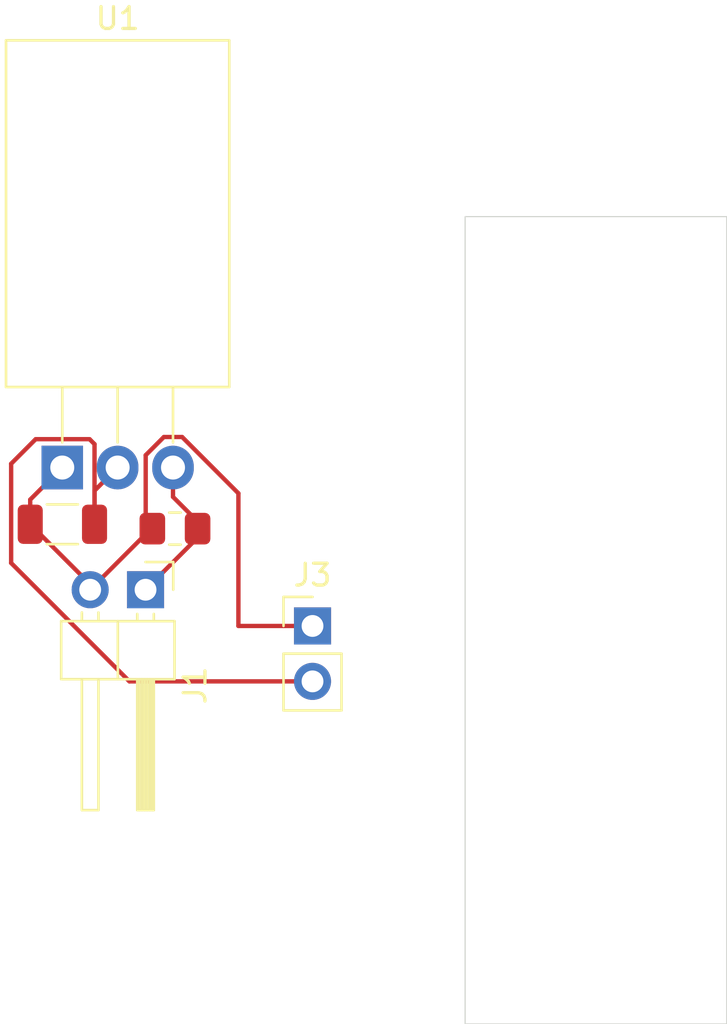
<source format=kicad_pcb>
(kicad_pcb (version 20240108) (generator "pcbnew") (generator_version "8.0")
  (layers (0 "F.Cu" signal) (31 "B.Cu" signal) (34 "B.Paste" user) (35 "F.Paste" user) (36 "B.SilkS" user "B.Silkscreen") (37 "F.SilkS" user "F.Silkscreen") (38 "B.Mask" user) (39 "F.Mask" user) (44 "Edge.Cuts" user))
  (net 0 "")
  (net 1 "Net-(J1-Pin_1)")
  (net 2 "Gnd")
  (net 3 "Net-(J3-Pin_2)")
  (footprint "Connector_PinHeader_2.54mm:PinHeader_1x02_P2.54mm_Horizontal" (layer "F.Cu") (at 79.34 65.4 -90)
    (property "Reference" "J1" (at 4.385 -2.27 90) (layer "F.SilkS"))
    (property "Value" "Conn_01x02_Pin")
    (fp_line (start 1.44 3.87) (end 4.1 3.87) (stroke (width 0.12)) (layer "F.SilkS"))
    (fp_line (start 4.1 3.87) (end 4.1 -1.33) (stroke (width 0.12)) (layer "F.SilkS"))
    (fp_line (start 1.042929 2.92) (end 1.44 2.92) (stroke (width 0.12)) (layer "F.SilkS"))
    (fp_line (start 10.1 2.92) (end 4.1 2.92) (stroke (width 0.12)) (layer "F.SilkS"))
    (fp_line (start 1.042929 2.16) (end 1.44 2.16) (stroke (width 0.12)) (layer "F.SilkS"))
    (fp_line (start 4.1 2.16) (end 10.1 2.16) (stroke (width 0.12)) (layer "F.SilkS"))
    (fp_line (start 10.1 2.16) (end 10.1 2.92) (stroke (width 0.12)) (layer "F.SilkS"))
    (fp_line (start 1.44 1.27) (end 4.1 1.27) (stroke (width 0.12)) (layer "F.SilkS"))
    (fp_line (start 1.11 0.38) (end 1.44 0.38) (stroke (width 0.12)) (layer "F.SilkS"))
    (fp_line (start 10.1 0.38) (end 4.1 0.38) (stroke (width 0.12)) (layer "F.SilkS"))
    (fp_line (start 4.1 0.28) (end 10.1 0.28) (stroke (width 0.12)) (layer "F.SilkS"))
    (fp_line (start 4.1 0.16) (end 10.1 0.16) (stroke (width 0.12)) (layer "F.SilkS"))
    (fp_line (start 4.1 0.04) (end 10.1 0.04) (stroke (width 0.12)) (layer "F.SilkS"))
    (fp_line (start -1.27 0) (end -1.27 -1.27) (stroke (width 0.12)) (layer "F.SilkS"))
    (fp_line (start 4.1 -0.08) (end 10.1 -0.08) (stroke (width 0.12)) (layer "F.SilkS"))
    (fp_line (start 4.1 -0.2) (end 10.1 -0.2) (stroke (width 0.12)) (layer "F.SilkS"))
    (fp_line (start 4.1 -0.32) (end 10.1 -0.32) (stroke (width 0.12)) (layer "F.SilkS"))
    (fp_line (start 1.11 -0.38) (end 1.44 -0.38) (stroke (width 0.12)) (layer "F.SilkS"))
    (fp_line (start 4.1 -0.38) (end 10.1 -0.38) (stroke (width 0.12)) (layer "F.SilkS"))
    (fp_line (start 10.1 -0.38) (end 10.1 0.38) (stroke (width 0.12)) (layer "F.SilkS"))
    (fp_line (start -1.27 -1.27) (end 0 -1.27) (stroke (width 0.12)) (layer "F.SilkS"))
    (fp_line (start 1.44 -1.33) (end 1.44 3.87) (stroke (width 0.12)) (layer "F.SilkS"))
    (fp_line (start 4.1 -1.33) (end 1.44 -1.33) (stroke (width 0.12)) (layer "F.SilkS"))
    (pad "1" thru_hole rect (at 0 0 270) (size 1.7 1.7) (drill 1) (layers "*.Cu" "*.Mask") (net 1 "Net-(J1-Pin_1)"))
    (pad "2" thru_hole oval (at 0 2.54 270) (size 1.7 1.7) (drill 1) (layers "*.Cu" "*.Mask") (net 2 "Gnd"))
  )
  (footprint "Package_TO_SOT_THT:TO-220-3_Horizontal_TabDown" (layer "F.Cu") (at 75.52 59.8)
    (property "Reference" "U1" (at 2.54 -20.58 360) (layer "F.SilkS"))
    (property "Value" "LM1117T-3.3")
    (fp_line (start -2.58 -19.58) (end -2.58 -3.69) (stroke (width 0.12)) (layer "F.SilkS"))
    (fp_line (start -2.58 -19.58) (end 7.66 -19.58) (stroke (width 0.12)) (layer "F.SilkS"))
    (fp_line (start -2.58 -3.69) (end 7.66 -3.69) (stroke (width 0.12)) (layer "F.SilkS"))
    (fp_line (start 0 -3.69) (end 0 -1.15) (stroke (width 0.12)) (layer "F.SilkS"))
    (fp_line (start 2.54 -3.69) (end 2.54 -1.15) (stroke (width 0.12)) (layer "F.SilkS"))
    (fp_line (start 5.08 -3.69) (end 5.08 -1.15) (stroke (width 0.12)) (layer "F.SilkS"))
    (fp_line (start 7.66 -19.58) (end 7.66 -3.69) (stroke (width 0.12)) (layer "F.SilkS"))
    (pad "" np_thru_hole circle (at 2.54 -16.66) (size 3.5 3.5) (drill 3.5) (layers "*.Cu" "*.Mask"))
    (pad "1" thru_hole rect (at 0 0) (size 1.905 2) (drill 1.1) (layers "*.Cu" "*.Mask") (net 2 "Gnd"))
    (pad "2" thru_hole oval (at 2.54 0) (size 1.905 2) (drill 1.1) (layers "*.Cu" "*.Mask") (net 3 "Net-(J3-Pin_2)"))
    (pad "3" thru_hole oval (at 5.08 0) (size 1.905 2) (drill 1.1) (layers "*.Cu" "*.Mask") (net 1 "Net-(J1-Pin_1)"))
  )
  (footprint "Capacitor_SMD:C_1206_3216Metric" (layer "F.Cu") (at 75.525 62.4 180)
    (property "Reference" "C2" (hide yes))
    (property "Value" "22uf")
    (fp_line (start -0.711252 0.91) (end 0.711252 0.91) (stroke (width 0.12)) (layer "F.SilkS"))
    (fp_line (start -0.711252 -0.91) (end 0.711252 -0.91) (stroke (width 0.12)) (layer "F.SilkS"))
    (pad "1" smd roundrect (at -1.475 0 180) (size 1.15 1.8) (layers "F.Cu" "F.Paste" "F.Mask") (roundrect_rratio 0.217391) (net 3 "Net-(J3-Pin_2)"))
    (pad "2" smd roundrect (at 1.475 0 180) (size 1.15 1.8) (layers "F.Cu" "F.Paste" "F.Mask") (roundrect_rratio 0.217391) (net 2 "Gnd"))
  )
  (footprint "Capacitor_SMD:C_0805_2012Metric_Pad1.18x1.45mm_HandSolder" (layer "F.Cu") (at 80.69 62.6 180)
    (property "Reference" "C1" (hide yes))
    (property "Value" "10uf")
    (fp_line (start -0.261252 0.735) (end 0.261252 0.735) (stroke (width 0.12)) (layer "F.SilkS"))
    (fp_line (start -0.261252 -0.735) (end 0.261252 -0.735) (stroke (width 0.12)) (layer "F.SilkS"))
    (pad "1" smd roundrect (at -1.0375 0 180) (size 1.175 1.45) (layers "F.Cu" "F.Paste" "F.Mask") (roundrect_rratio 0.212766) (net 1 "Net-(J1-Pin_1)"))
    (pad "2" smd roundrect (at 1.0375 0 180) (size 1.175 1.45) (layers "F.Cu" "F.Paste" "F.Mask") (roundrect_rratio 0.212766) (net 2 "Gnd"))
  )
  (footprint "Connector_PinHeader_2.54mm:PinHeader_1x02_P2.54mm_Vertical" (layer "F.Cu") (at 87 67.06)
    (property "Reference" "J3" (at 0 -2.33 0) (layer "F.SilkS"))
    (property "Value" "Conn_01x02_Pin")
    (fp_line (start -1.33 -1.33) (end 0 -1.33) (stroke (width 0.12)) (layer "F.SilkS"))
    (fp_line (start -1.33 0) (end -1.33 -1.33) (stroke (width 0.12)) (layer "F.SilkS"))
    (fp_line (start -1.33 1.27) (end -1.33 3.87) (stroke (width 0.12)) (layer "F.SilkS"))
    (fp_line (start -1.33 1.27) (end 1.33 1.27) (stroke (width 0.12)) (layer "F.SilkS"))
    (fp_line (start -1.33 3.87) (end 1.33 3.87) (stroke (width 0.12)) (layer "F.SilkS"))
    (fp_line (start 1.33 1.27) (end 1.33 3.87) (stroke (width 0.12)) (layer "F.SilkS"))
    (pad "1" thru_hole rect (at 0 0) (size 1.7 1.7) (drill 1) (layers "*.Cu" "*.Mask") (net 2 "Gnd"))
    (pad "2" thru_hole oval (at 0 2.54) (size 1.7 1.7) (drill 1) (layers "*.Cu" "*.Mask") (net 3 "Net-(J3-Pin_2)"))
  )
  (gr_rect (start 94 48.3) (end 106 85.3) (stroke (width 0.05)) (fill none) (layer "Edge.Cuts"))
  (segment (start 81.7275 62.6) (end 81.7275 63.0125) (width 0.2) (layer "F.Cu") (net 1))
  (segment (start 81.7275 62.6) (end 81.7275 62.2725) (width 0.2) (layer "F.Cu") (net 1))
  (segment (start 80.6 61.145) (end 80.6 59.8) (width 0.2) (layer "F.Cu") (net 1))
  (segment (start 81.7275 62.2725) (end 80.6 61.145) (width 0.2) (layer "F.Cu") (net 1))
  (segment (start 81.7275 63.0125) (end 79.34 65.4) (width 0.2) (layer "F.Cu") (net 1))
  (segment (start 79.6525 62.6) (end 79.3475 62.295) (width 0.2) (layer "F.Cu") (net 2))
  (segment (start 74.05 62.4) (end 74.05 61.27) (width 0.2) (layer "F.Cu") (net 2))
  (segment (start 79.3475 59.233698) (end 80.181198 58.4) (width 0.2) (layer "F.Cu") (net 2))
  (segment (start 81.018802 58.4) (end 83.6 60.981198) (width 0.2) (layer "F.Cu") (net 2))
  (segment (start 80.181198 58.4) (end 81.018802 58.4) (width 0.2) (layer "F.Cu") (net 2))
  (segment (start 76.8 65.15) (end 76.8 65.4) (width 0.2) (layer "F.Cu") (net 2))
  (segment (start 79.6 62.6) (end 76.8 65.4) (width 0.2) (layer "F.Cu") (net 2))
  (segment (start 79.3475 62.295) (end 79.3475 59.233698) (width 0.2) (layer "F.Cu") (net 2))
  (segment (start 74.05 61.27) (end 75.52 59.8) (width 0.2) (layer "F.Cu") (net 2))
  (segment (start 83.6 67.06) (end 87 67.06) (width 0.2) (layer "F.Cu") (net 2))
  (segment (start 79.6525 62.6) (end 79.6 62.6) (width 0.2) (layer "F.Cu") (net 2))
  (segment (start 83.6 60.981198) (end 83.6 67.06) (width 0.2) (layer "F.Cu") (net 2))
  (segment (start 74.05 62.4) (end 76.8 65.15) (width 0.2) (layer "F.Cu") (net 2))
  (segment (start 77 58.7275) (end 76.7725 58.5) (width 0.2) (layer "F.Cu") (net 3))
  (segment (start 73.175 64.175) (end 78.6 69.6) (width 0.2) (layer "F.Cu") (net 3))
  (segment (start 76.7725 58.5) (end 74.3 58.5) (width 0.2) (layer "F.Cu") (net 3))
  (segment (start 77 60.86) (end 78.06 59.8) (width 0.2) (layer "F.Cu") (net 3))
  (segment (start 77 62.4) (end 77 58.7275) (width 0.2) (layer "F.Cu") (net 3))
  (segment (start 78.6 69.6) (end 87 69.6) (width 0.2) (layer "F.Cu") (net 3))
  (segment (start 77 62.4) (end 77 60.86) (width 0.2) (layer "F.Cu") (net 3))
  (segment (start 73.175 59.625) (end 73.175 64.175) (width 0.2) (layer "F.Cu") (net 3))
  (segment (start 74.3 58.5) (end 73.175 59.625) (width 0.2) (layer "F.Cu") (net 3))
)
</source>
